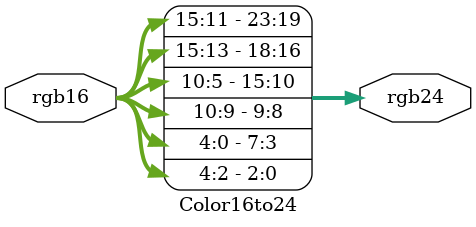
<source format=v>
`timescale 1ns / 1ps


module Color16to24(
	input[15 : 0] rgb16,
	output[23 : 0] rgb24
    );

	assign rgb24[23 : 16] = {rgb16[15 : 11], rgb16[15 : 13]};
	assign rgb24[15:8] = {rgb16[10 : 5], rgb16[10 : 9]};
	assign rgb24[7:0] = {rgb16[4 : 0], rgb16[4 : 2]};

endmodule
</source>
